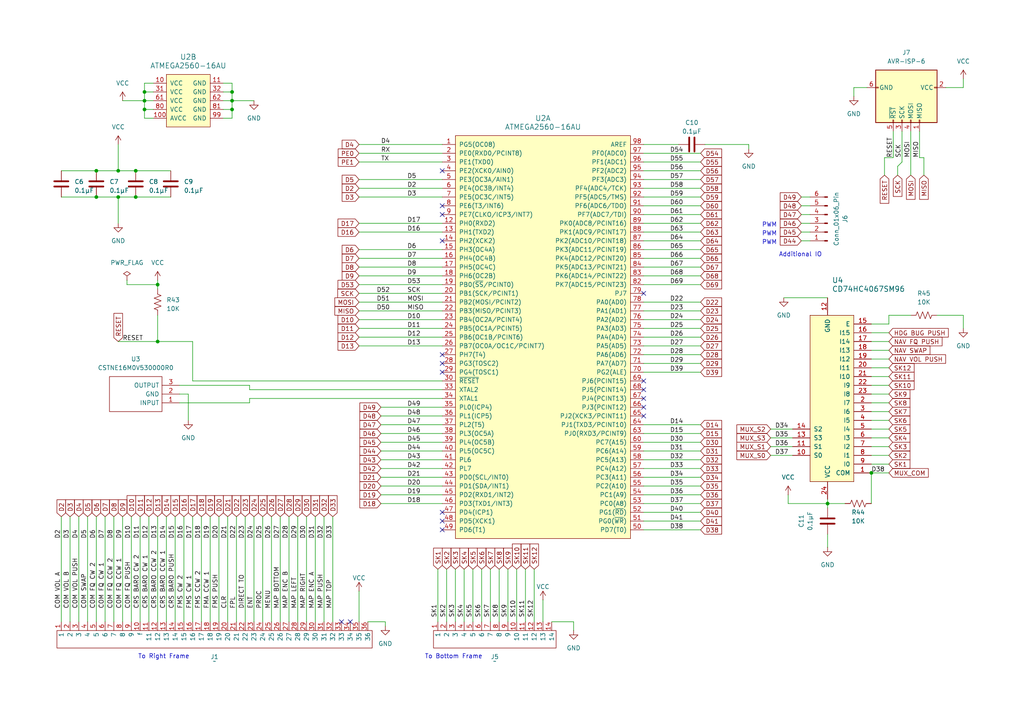
<source format=kicad_sch>
(kicad_sch (version 20231120) (generator "eeschema") (generator_version "8.0")
  (paper "A4")
  (title_block (title "G1000 NXi Mega Left Panel") (date "2024-11-22") (rev "1") (company "Flight Deck DIY"))
  (junction (at 41.91 29.21))
  (junction (at 45.72 99.06))
  (junction (at 27.94 57.15))
  (junction (at 41.91 26.67))
  (junction (at 67.31 26.67))
  (junction (at 67.31 31.75))
  (junction (at 39.37 57.15))
  (junction (at 27.94 49.53))
  (junction (at 41.91 31.75))
  (junction (at 34.29 57.15))
  (junction (at 45.72 82.55))
  (junction (at 240.03 146.05))
  (junction (at 67.31 29.21))
  (junction (at 39.37 49.53))
  (junction (at 34.29 49.53))
  (junction (at 252.73 137.16))
  (no_connect (at 99.06 180.34))
  (no_connect (at 128.27 69.85))
  (no_connect (at 101.6 180.34))
  (no_connect (at 128.27 62.23))
  (no_connect (at 128.27 153.67))
  (no_connect (at 128.27 107.95))
  (no_connect (at 128.27 148.59))
  (no_connect (at 128.27 105.41))
  (no_connect (at 128.27 102.87))
  (no_connect (at 186.69 110.49))
  (no_connect (at 186.69 120.65))
  (no_connect (at 128.27 151.13))
  (no_connect (at 128.27 49.53))
  (no_connect (at 186.69 115.57))
  (no_connect (at 186.69 118.11))
  (no_connect (at 186.69 113.03))
  (no_connect (at 128.27 59.69))
  (no_connect (at 186.69 85.09))
  (wire (pts (xy 104.14 77.47) (xy 128.27 77.47)))
  (wire (pts (xy 186.69 44.45) (xy 203.2 44.45)))
  (wire (pts (xy 186.69 105.41) (xy 203.2 105.41)))
  (wire (pts (xy 33.02 149.86) (xy 33.02 180.34)))
  (wire (pts (xy 55.88 149.86) (xy 55.88 180.34)))
  (wire (pts (xy 104.14 64.77) (xy 128.27 64.77)))
  (wire (pts (xy 152.4 165.1) (xy 152.4 180.34)))
  (wire (pts (xy 104.14 41.91) (xy 128.27 41.91)))
  (wire (pts (xy 139.7 165.1) (xy 139.7 180.34)))
  (wire (pts (xy 232.41 64.77) (xy 234.95 64.77)))
  (wire (pts (xy 252.73 111.76) (xy 257.81 111.76)))
  (wire (pts (xy 72.39 115.57) (xy 128.27 115.57)))
  (wire (pts (xy 252.73 119.38) (xy 257.81 119.38)))
  (wire (pts (xy 186.69 95.25) (xy 203.2 95.25)))
  (wire (pts (xy 186.69 69.85) (xy 203.2 69.85)))
  (wire (pts (xy 104.14 57.15) (xy 128.27 57.15)))
  (wire (pts (xy 186.69 138.43) (xy 203.2 138.43)))
  (wire (pts (xy 223.52 127) (xy 229.87 127)))
  (wire (pts (xy 104.14 92.71) (xy 128.27 92.71)))
  (wire (pts (xy 256.54 45.72) (xy 256.54 50.8)))
  (wire (pts (xy 186.69 54.61) (xy 203.2 54.61)))
  (wire (pts (xy 240.03 154.94) (xy 240.03 158.75)))
  (wire (pts (xy 35.56 149.86) (xy 35.56 180.34)))
  (wire (pts (xy 27.94 49.53) (xy 34.29 49.53)))
  (wire (pts (xy 232.41 59.69) (xy 234.95 59.69)))
  (wire (pts (xy 259.08 38.1) (xy 259.08 45.72)))
  (wire (pts (xy 72.39 111.76) (xy 72.39 113.03)))
  (wire (pts (xy 252.73 116.84) (xy 257.81 116.84)))
  (wire (pts (xy 252.73 137.16) (xy 252.73 146.05)))
  (wire (pts (xy 186.69 100.33) (xy 203.2 100.33)))
  (wire (pts (xy 110.49 123.19) (xy 128.27 123.19)))
  (wire (pts (xy 252.73 99.06) (xy 257.81 99.06)))
  (wire (pts (xy 110.49 118.11) (xy 128.27 118.11)))
  (wire (pts (xy 39.37 49.53) (xy 49.53 49.53)))
  (wire (pts (xy 266.7 38.1) (xy 266.7 45.72)))
  (wire (pts (xy 247.65 25.4) (xy 251.46 25.4)))
  (wire (pts (xy 63.5 149.86) (xy 63.5 180.34)))
  (wire (pts (xy 34.29 57.15) (xy 39.37 57.15)))
  (wire (pts (xy 34.29 99.06) (xy 45.72 99.06)))
  (wire (pts (xy 45.72 82.55) (xy 45.72 83.82)))
  (wire (pts (xy 160.02 180.34) (xy 166.37 180.34)))
  (wire (pts (xy 67.31 26.67) (xy 67.31 29.21)))
  (wire (pts (xy 36.83 82.55) (xy 45.72 82.55)))
  (wire (pts (xy 186.69 153.67) (xy 203.2 153.67)))
  (wire (pts (xy 104.14 72.39) (xy 128.27 72.39)))
  (wire (pts (xy 91.44 149.86) (xy 91.44 180.34)))
  (wire (pts (xy 34.29 57.15) (xy 34.29 64.77)))
  (wire (pts (xy 110.49 133.35) (xy 128.27 133.35)))
  (wire (pts (xy 134.62 165.1) (xy 134.62 180.34)))
  (wire (pts (xy 20.32 149.86) (xy 20.32 180.34)))
  (wire (pts (xy 110.49 138.43) (xy 128.27 138.43)))
  (wire (pts (xy 104.14 80.01) (xy 128.27 80.01)))
  (wire (pts (xy 186.69 92.71) (xy 203.2 92.71)))
  (wire (pts (xy 41.91 24.13) (xy 41.91 26.67)))
  (wire (pts (xy 72.39 115.57) (xy 72.39 116.84)))
  (wire (pts (xy 64.77 24.13) (xy 67.31 24.13)))
  (wire (pts (xy 76.2 149.86) (xy 76.2 180.34)))
  (wire (pts (xy 252.73 101.6) (xy 257.81 101.6)))
  (wire (pts (xy 64.77 26.67) (xy 67.31 26.67)))
  (wire (pts (xy 147.32 165.1) (xy 147.32 180.34)))
  (wire (pts (xy 186.69 148.59) (xy 203.2 148.59)))
  (wire (pts (xy 64.77 31.75) (xy 67.31 31.75)))
  (wire (pts (xy 186.69 143.51) (xy 203.2 143.51)))
  (wire (pts (xy 186.69 49.53) (xy 203.2 49.53)))
  (wire (pts (xy 93.98 149.86) (xy 93.98 180.34)))
  (wire (pts (xy 256.54 45.72) (xy 259.08 45.72)))
  (wire (pts (xy 186.69 102.87) (xy 203.2 102.87)))
  (wire (pts (xy 186.69 77.47) (xy 203.2 77.47)))
  (wire (pts (xy 55.88 99.06) (xy 55.88 110.49)))
  (wire (pts (xy 71.12 149.86) (xy 71.12 180.34)))
  (wire (pts (xy 252.73 96.52) (xy 257.81 96.52)))
  (wire (pts (xy 83.82 149.86) (xy 83.82 180.34)))
  (wire (pts (xy 267.97 45.72) (xy 267.97 50.8)))
  (wire (pts (xy 186.69 146.05) (xy 203.2 146.05)))
  (wire (pts (xy 186.69 87.63) (xy 203.2 87.63)))
  (wire (pts (xy 110.49 140.97) (xy 128.27 140.97)))
  (wire (pts (xy 186.69 57.15) (xy 203.2 57.15)))
  (wire (pts (xy 72.39 113.03) (xy 128.27 113.03)))
  (wire (pts (xy 204.47 41.91) (xy 217.17 41.91)))
  (wire (pts (xy 64.77 34.29) (xy 67.31 34.29)))
  (wire (pts (xy 252.73 124.46) (xy 257.81 124.46)))
  (wire (pts (xy 64.77 29.21) (xy 67.31 29.21)))
  (wire (pts (xy 40.64 149.86) (xy 40.64 180.34)))
  (wire (pts (xy 232.41 57.15) (xy 234.95 57.15)))
  (wire (pts (xy 186.69 46.99) (xy 203.2 46.99)))
  (wire (pts (xy 110.49 146.05) (xy 128.27 146.05)))
  (wire (pts (xy 52.07 111.76) (xy 72.39 111.76)))
  (wire (pts (xy 186.69 82.55) (xy 203.2 82.55)))
  (wire (pts (xy 157.48 173.99) (xy 157.48 180.34)))
  (wire (pts (xy 223.52 124.46) (xy 229.87 124.46)))
  (wire (pts (xy 228.6 143.51) (xy 228.6 146.05)))
  (wire (pts (xy 252.73 104.14) (xy 257.81 104.14)))
  (wire (pts (xy 104.14 52.07) (xy 128.27 52.07)))
  (wire (pts (xy 227.33 86.36) (xy 240.03 86.36)))
  (wire (pts (xy 104.14 100.33) (xy 128.27 100.33)))
  (wire (pts (xy 17.78 57.15) (xy 27.94 57.15)))
  (wire (pts (xy 110.49 128.27) (xy 128.27 128.27)))
  (wire (pts (xy 252.73 134.62) (xy 257.81 134.62)))
  (wire (pts (xy 186.69 74.93) (xy 203.2 74.93)))
  (wire (pts (xy 17.78 49.53) (xy 27.94 49.53)))
  (wire (pts (xy 240.03 146.05) (xy 245.11 146.05)))
  (wire (pts (xy 45.72 81.28) (xy 45.72 82.55)))
  (wire (pts (xy 104.14 171.45) (xy 104.14 180.34)))
  (wire (pts (xy 58.42 149.86) (xy 58.42 180.34)))
  (wire (pts (xy 257.81 93.98) (xy 252.73 93.98)))
  (wire (pts (xy 67.31 29.21) (xy 67.31 31.75)))
  (wire (pts (xy 41.91 26.67) (xy 44.45 26.67)))
  (wire (pts (xy 44.45 24.13) (xy 41.91 24.13)))
  (wire (pts (xy 41.91 34.29) (xy 44.45 34.29)))
  (wire (pts (xy 67.31 31.75) (xy 67.31 34.29)))
  (wire (pts (xy 232.41 67.31) (xy 234.95 67.31)))
  (wire (pts (xy 274.32 25.4) (xy 279.4 25.4)))
  (wire (pts (xy 39.37 57.15) (xy 49.53 57.15)))
  (wire (pts (xy 186.69 107.95) (xy 203.2 107.95)))
  (wire (pts (xy 279.4 91.44) (xy 279.4 95.25)))
  (wire (pts (xy 257.81 91.44) (xy 257.81 93.98)))
  (wire (pts (xy 104.14 85.09) (xy 128.27 85.09)))
  (wire (pts (xy 232.41 62.23) (xy 234.95 62.23)))
  (wire (pts (xy 252.73 137.16) (xy 257.81 137.16)))
  (wire (pts (xy 41.91 26.67) (xy 41.91 29.21)))
  (wire (pts (xy 104.14 74.93) (xy 128.27 74.93)))
  (wire (pts (xy 106.68 180.34) (xy 111.76 180.34)))
  (wire (pts (xy 34.29 41.91) (xy 34.29 49.53)))
  (wire (pts (xy 104.14 46.99) (xy 128.27 46.99)))
  (wire (pts (xy 22.86 149.86) (xy 22.86 180.34)))
  (wire (pts (xy 144.78 165.1) (xy 144.78 180.34)))
  (wire (pts (xy 68.58 149.86) (xy 68.58 180.34)))
  (wire (pts (xy 137.16 165.1) (xy 137.16 180.34)))
  (wire (pts (xy 260.35 50.8) (xy 260.35 48.26)))
  (wire (pts (xy 149.86 165.1) (xy 149.86 180.34)))
  (wire (pts (xy 186.69 130.81) (xy 203.2 130.81)))
  (wire (pts (xy 110.49 125.73) (xy 128.27 125.73)))
  (wire (pts (xy 186.69 135.89) (xy 203.2 135.89)))
  (wire (pts (xy 142.24 165.1) (xy 142.24 180.34)))
  (wire (pts (xy 166.37 180.34) (xy 166.37 182.88)))
  (wire (pts (xy 110.49 130.81) (xy 128.27 130.81)))
  (wire (pts (xy 67.31 29.21) (xy 73.66 29.21)))
  (wire (pts (xy 260.35 48.26) (xy 261.62 46.99)))
  (wire (pts (xy 104.14 54.61) (xy 128.27 54.61)))
  (wire (pts (xy 110.49 135.89) (xy 128.27 135.89)))
  (wire (pts (xy 30.48 149.86) (xy 30.48 180.34)))
  (wire (pts (xy 60.96 149.86) (xy 60.96 180.34)))
  (wire (pts (xy 279.4 91.44) (xy 271.78 91.44)))
  (wire (pts (xy 111.76 180.34) (xy 111.76 181.61)))
  (wire (pts (xy 186.69 123.19) (xy 203.2 123.19)))
  (wire (pts (xy 35.56 29.21) (xy 41.91 29.21)))
  (wire (pts (xy 104.14 44.45) (xy 128.27 44.45)))
  (wire (pts (xy 186.69 125.73) (xy 203.2 125.73)))
  (wire (pts (xy 88.9 149.86) (xy 88.9 180.34)))
  (wire (pts (xy 104.14 87.63) (xy 128.27 87.63)))
  (wire (pts (xy 41.91 31.75) (xy 41.91 34.29)))
  (wire (pts (xy 186.69 64.77) (xy 203.2 64.77)))
  (wire (pts (xy 45.72 99.06) (xy 55.88 99.06)))
  (wire (pts (xy 43.18 149.86) (xy 43.18 180.34)))
  (wire (pts (xy 45.72 149.86) (xy 45.72 180.34)))
  (wire (pts (xy 78.74 149.86) (xy 78.74 180.34)))
  (wire (pts (xy 53.34 149.86) (xy 53.34 180.34)))
  (wire (pts (xy 41.91 29.21) (xy 44.45 29.21)))
  (wire (pts (xy 41.91 31.75) (xy 44.45 31.75)))
  (wire (pts (xy 264.16 38.1) (xy 264.16 50.8)))
  (wire (pts (xy 186.69 41.91) (xy 196.85 41.91)))
  (wire (pts (xy 27.94 57.15) (xy 34.29 57.15)))
  (wire (pts (xy 104.14 90.17) (xy 128.27 90.17)))
  (wire (pts (xy 104.14 97.79) (xy 128.27 97.79)))
  (wire (pts (xy 252.73 132.08) (xy 257.81 132.08)))
  (wire (pts (xy 27.94 149.86) (xy 27.94 180.34)))
  (wire (pts (xy 96.52 149.86) (xy 96.52 180.34)))
  (wire (pts (xy 240.03 146.05) (xy 240.03 147.32)))
  (wire (pts (xy 110.49 120.65) (xy 128.27 120.65)))
  (wire (pts (xy 50.8 149.86) (xy 50.8 180.34)))
  (wire (pts (xy 86.36 149.86) (xy 86.36 180.34)))
  (wire (pts (xy 38.1 149.86) (xy 38.1 180.34)))
  (wire (pts (xy 186.69 97.79) (xy 203.2 97.79)))
  (wire (pts (xy 41.91 29.21) (xy 41.91 31.75)))
  (wire (pts (xy 104.14 67.31) (xy 128.27 67.31)))
  (wire (pts (xy 223.52 132.08) (xy 229.87 132.08)))
  (wire (pts (xy 223.52 129.54) (xy 229.87 129.54)))
  (wire (pts (xy 228.6 146.05) (xy 240.03 146.05)))
  (wire (pts (xy 252.73 114.3) (xy 257.81 114.3)))
  (wire (pts (xy 66.04 149.86) (xy 66.04 180.34)))
  (wire (pts (xy 186.69 67.31) (xy 203.2 67.31)))
  (wire (pts (xy 110.49 143.51) (xy 128.27 143.51)))
  (wire (pts (xy 154.94 165.1) (xy 154.94 180.34)))
  (wire (pts (xy 261.62 38.1) (xy 261.62 46.99)))
  (wire (pts (xy 104.14 95.25) (xy 128.27 95.25)))
  (wire (pts (xy 81.28 149.86) (xy 81.28 180.34)))
  (wire (pts (xy 257.81 91.44) (xy 264.16 91.44)))
  (wire (pts (xy 186.69 80.01) (xy 203.2 80.01)))
  (wire (pts (xy 45.72 91.44) (xy 45.72 99.06)))
  (wire (pts (xy 240.03 144.78) (xy 240.03 146.05)))
  (wire (pts (xy 279.4 22.86) (xy 279.4 25.4)))
  (wire (pts (xy 54.61 114.3) (xy 54.61 121.92)))
  (wire (pts (xy 186.69 128.27) (xy 203.2 128.27)))
  (wire (pts (xy 252.73 109.22) (xy 257.81 109.22)))
  (wire (pts (xy 34.29 49.53) (xy 39.37 49.53)))
  (wire (pts (xy 127 165.1) (xy 127 180.34)))
  (wire (pts (xy 186.69 151.13) (xy 203.2 151.13)))
  (wire (pts (xy 48.26 149.86) (xy 48.26 180.34)))
  (wire (pts (xy 186.69 62.23) (xy 203.2 62.23)))
  (wire (pts (xy 186.69 90.17) (xy 203.2 90.17)))
  (wire (pts (xy 186.69 133.35) (xy 203.2 133.35)))
  (wire (pts (xy 17.78 149.86) (xy 17.78 180.34)))
  (wire (pts (xy 52.07 114.3) (xy 54.61 114.3)))
  (wire (pts (xy 186.69 72.39) (xy 203.2 72.39)))
  (wire (pts (xy 232.41 69.85) (xy 234.95 69.85)))
  (wire (pts (xy 186.69 59.69) (xy 203.2 59.69)))
  (wire (pts (xy 129.54 165.1) (xy 129.54 180.34)))
  (wire (pts (xy 104.14 82.55) (xy 128.27 82.55)))
  (wire (pts (xy 247.65 25.4) (xy 247.65 27.94)))
  (wire (pts (xy 217.17 41.91) (xy 217.17 43.18)))
  (wire (pts (xy 132.08 165.1) (xy 132.08 180.34)))
  (wire (pts (xy 252.73 129.54) (xy 257.81 129.54)))
  (wire (pts (xy 73.66 149.86) (xy 73.66 180.34)))
  (wire (pts (xy 186.69 52.07) (xy 203.2 52.07)))
  (wire (pts (xy 52.07 116.84) (xy 72.39 116.84)))
  (wire (pts (xy 252.73 106.68) (xy 257.81 106.68)))
  (wire (pts (xy 25.4 149.86) (xy 25.4 180.34)))
  (wire (pts (xy 55.88 110.49) (xy 128.27 110.49)))
  (wire (pts (xy 266.7 45.72) (xy 267.97 45.72)))
  (wire (pts (xy 186.69 140.97) (xy 203.2 140.97)))
  (wire (pts (xy 252.73 121.92) (xy 257.81 121.92)))
  (wire (pts (xy 36.83 82.55) (xy 36.83 81.28)))
  (wire (pts (xy 252.73 127) (xy 257.81 127)))
  (wire (pts (xy 67.31 24.13) (xy 67.31 26.67)))
  (text "PWM" (at 220.98 71.12 0) (effects (font (size 1.27 1.27)) (justify left bottom)))
  (text "Additional IO" (at 232.156 73.914 0) (effects (font (size 1.27 1.27))))
  (text "PWM" (at 220.98 68.58 0) (effects (font (size 1.27 1.27)) (justify left bottom)))
  (text "To Bottom Frame\n" (at 131.572 190.5 0) (effects (font (size 1.27 1.27))))
  (text "To Right Frame" (at 47.498 190.5 0) (effects (font (size 1.27 1.27))))
  (text "PWM" (at 220.98 66.04 0) (effects (font (size 1.27 1.27)) (justify left bottom)))
  (label "SK3" (at 132.08 179.07 90))
  (label "D11" (at 40.64 156.21 90))
  (label "D33" (at 194.31 135.89 0))
  (label "D11" (at 118.11 95.25 0))
  (label "SK11" (at 152.4 179.07 90))
  (label "D20" (at 63.5 156.21 90))
  (label "D48" (at 118.11 120.65 0))
  (label "D34" (at 224.79 124.46 0))
  (label "D43" (at 118.11 133.35 0))
  (label "MISO" (at 118.11 90.17 0))
  (label "D5" (at 118.11 52.07 0))
  (label "D24" (at 73.66 156.21 90))
  (label "SK8" (at 144.78 179.07 90))
  (label "D54" (at 194.31 44.45 0))
  (label "D37" (at 224.79 132.08 0))
  (label "MISO" (at 266.7 45.72 90))
  (label "D36" (at 194.31 143.51 0))
  (label "D58" (at 194.31 54.61 0))
  (label "COM VOL PUSH" (at 22.86 176.53 90))
  (label "SK5" (at 137.16 179.07 90))
  (label "D3" (at 20.32 156.21 90))
  (label "D62" (at 194.31 64.77 0))
  (label "D14" (at 48.26 156.21 90))
  (label "ENT" (at 73.66 176.53 90))
  (label "MAP TOP" (at 96.52 176.53 90))
  (label "D31" (at 91.44 156.21 90))
  (label "CRS BARO CCW 2" (at 45.72 176.53 90))
  (label "D10" (at 118.11 92.71 0))
  (label "D23" (at 71.12 156.21 90))
  (label "COM SWAP" (at 25.4 176.53 90))
  (label "D5" (at 25.4 156.21 90))
  (label "D61" (at 194.31 62.23 0))
  (label "D41" (at 194.31 151.13 0))
  (label "D28" (at 194.31 102.87 0))
  (label "MAP ENC A" (at 91.44 176.53 90))
  (label "COM FQ CCW 2" (at 33.02 176.53 90))
  (label "FPL" (at 68.58 176.53 90))
  (label "D65" (at 194.31 72.39 0))
  (label "D27" (at 194.31 100.33 0))
  (label "D12" (at 118.11 97.79 0))
  (label "COM VOL B" (at 20.32 176.53 90))
  (label "MAP RIGHT" (at 88.9 176.53 90))
  (label "D12" (at 43.18 156.21 90))
  (label "D9" (at 118.11 80.01 0))
  (label "D63" (at 194.31 67.31 0))
  (label "D7" (at 118.11 74.93 0))
  (label "D57" (at 194.31 52.07 0))
  (label "COM FQ CW 1" (at 30.48 176.53 90))
  (label "D6" (at 118.11 72.39 0))
  (label "D52" (at 109.22 85.09 0))
  (label "D21" (at 66.04 156.21 90))
  (label "MOSI" (at 118.11 87.63 0))
  (label "D35" (at 224.79 127 0))
  (label "D49" (at 118.11 118.11 0))
  (label "D27" (at 81.28 156.21 90))
  (label "D60" (at 194.31 59.69 0))
  (label "D22" (at 68.58 156.21 90))
  (label "D15" (at 50.8 156.21 90))
  (label "D21" (at 118.11 138.43 0))
  (label "D33" (at 96.52 156.21 90))
  (label "D59" (at 194.31 57.15 0))
  (label "FMS PUSH" (at 63.5 176.53 90))
  (label "D17" (at 118.11 64.77 0))
  (label "SK10" (at 149.86 179.07 90))
  (label "D15" (at 194.31 125.73 0))
  (label "FMS CW 2" (at 53.34 176.53 90))
  (label "D18" (at 118.11 146.05 0))
  (label "D19" (at 60.96 156.21 90))
  (label "TX" (at 110.49 46.99 0))
  (label "MAP BOTTOM" (at 81.28 176.53 90))
  (label "CLR" (at 66.04 176.53 90))
  (label "D2" (at 17.78 156.21 90))
  (label "D40" (at 194.31 148.59 0))
  (label "CRS BARO CW 1" (at 43.18 176.53 90))
  (label "D10" (at 38.1 156.21 90))
  (label "D16" (at 53.34 156.21 90))
  (label "D2" (at 118.11 54.61 0))
  (label "COM FQ CW 2" (at 27.94 176.53 90))
  (label "SK4" (at 134.62 179.07 90))
  (label "D55" (at 194.31 46.99 0))
  (label "D20" (at 118.11 140.97 0))
  (label "D64" (at 194.31 69.85 0))
  (label "D69" (at 194.31 82.55 0))
  (label "MAP LEFT" (at 86.36 176.53 90))
  (label "D23" (at 194.31 90.17 0))
  (label "D6" (at 27.94 156.21 90))
  (label "D68" (at 194.31 80.01 0))
  (label "COM FQ PUSH" (at 38.1 176.53 90))
  (label "D38" (at 252.73 137.16 0))
  (label "D67" (at 194.31 77.47 0))
  (label "D44" (at 118.11 130.81 0))
  (label "D30" (at 194.31 128.27 0))
  (label "MAP PUSH" (at 93.98 176.53 90))
  (label "D8" (at 33.02 156.21 90))
  (label "D19" (at 118.11 143.51 0))
  (label "D26" (at 78.74 156.21 90))
  (label "D25" (at 76.2 156.21 90))
  (label "COM FQ CCW 1" (at 35.56 176.53 90))
  (label "D22" (at 194.31 87.63 0))
  (label "D16" (at 118.11 67.31 0))
  (label "D13" (at 45.72 156.21 90))
  (label "D37" (at 194.31 146.05 0))
  (label "D24" (at 194.31 92.71 0))
  (label "D42" (at 118.11 135.89 0))
  (label "RESET" (at 259.08 45.72 90))
  (label "RESET" (at 35.56 99.06 0))
  (label "D46" (at 118.11 125.73 0))
  (label "D50" (at 109.22 90.17 0))
  (label "D17" (at 55.88 156.21 90))
  (label "MAP ENC B" (at 83.82 176.53 90))
  (label "COM VOL A" (at 17.78 176.53 90))
  (label "D30" (at 88.9 156.21 90))
  (label "CRS BARO CW 2" (at 40.64 176.53 90))
  (label "SCK" (at 261.62 45.72 90))
  (label "CRS BARO PUSH" (at 50.8 176.53 90))
  (label "FMA CCW 1" (at 60.96 176.53 90))
  (label "D32" (at 194.31 133.35 0))
  (label "SK9" (at 147.32 179.07 90))
  (label "D66" (at 194.31 74.93 0))
  (label "D9" (at 35.56 156.21 90))
  (label "D8" (at 118.11 77.47 0))
  (label "DIRECT TO" (at 71.12 176.53 90))
  (label "D25" (at 194.31 95.25 0))
  (label "D47" (at 118.11 123.19 0))
  (label "D36" (at 224.79 129.54 0))
  (label "D29" (at 194.31 105.41 0))
  (label "D4" (at 22.86 156.21 90))
  (label "D35" (at 194.31 140.97 0))
  (label "D38" (at 194.31 153.67 0))
  (label "D14" (at 194.31 123.19 0))
  (label "D29" (at 86.36 156.21 90))
  (label "CRS BARO CCW 1" (at 48.26 176.53 90))
  (label "D18" (at 58.42 156.21 90))
  (label "D45" (at 118.11 128.27 0))
  (label "RX" (at 110.49 44.45 0))
  (label "MOSI" (at 264.16 45.72 90))
  (label "D4" (at 110.49 41.91 0))
  (label "SCK" (at 118.11 85.09 0))
  (label "D7" (at 30.48 156.21 90))
  (label "D3" (at 118.11 57.15 0))
  (label "D39" (at 194.31 107.95 0))
  (label "D53" (at 118.11 82.55 0))
  (label "D34" (at 194.31 138.43 0))
  (label "D31" (at 194.31 130.81 0))
  (label "FMS CW 1" (at 55.88 176.53 90))
  (label "D56" (at 194.31 49.53 0))
  (label "SK1" (at 127 179.07 90))
  (label "D28" (at 83.82 156.21 90))
  (label "MENU" (at 78.74 176.53 90))
  (label "D32" (at 93.98 156.21 90))
  (label "SK2" (at 129.54 179.07 90))
  (label "D13" (at 118.11 100.33 0))
  (label "SK6" (at 139.7 179.07 90))
  (label "SK12" (at 154.94 179.07 90))
  (label "PROC" (at 76.2 176.53 90))
  (label "D26" (at 194.31 97.79 0))
  (label "SK7" (at 142.24 179.07 90))
  (label "D51" (at 109.22 87.63 0))
  (label "FMS CCW 2" (at 58.42 176.53 90))
  (global_label "D33" (shape input) (at 96.52 149.86 90) (property "Intersheetrefs" "${INTERSHEET_REFS}" (effects (hide yes))))
  (global_label "D41" (shape input) (at 203.2 151.13 0) (property "Intersheetrefs" "${INTERSHEET_REFS}" (effects (hide yes))))
  (global_label "D34" (shape input) (at 203.2 138.43 0) (property "Intersheetrefs" "${INTERSHEET_REFS}" (effects (hide yes))))
  (global_label "SK4" (shape input) (at 257.81 127 0) (property "Intersheetrefs" "${INTERSHEET_REFS}" (effects (hide yes))))
  (global_label "D25" (shape input) (at 76.2 149.86 90) (property "Intersheetrefs" "${INTERSHEET_REFS}" (effects (hide yes))))
  (global_label "SK8" (shape input) (at 144.78 165.1 90) (property "Intersheetrefs" "${INTERSHEET_REFS}" (effects (hide yes))))
  (global_label "MOSI" (shape input) (at 104.14 87.63 180) (property "Intersheetrefs" "${INTERSHEET_REFS}" (effects (hide yes))))
  (global_label "SK11" (shape input) (at 152.4 165.1 90) (property "Intersheetrefs" "${INTERSHEET_REFS}" (effects (hide yes))))
  (global_label "D45" (shape input) (at 110.49 128.27 180) (property "Intersheetrefs" "${INTERSHEET_REFS}" (effects (hide yes))))
  (global_label "MISO" (shape input) (at 267.97 50.8 270) (property "Intersheetrefs" "${INTERSHEET_REFS}" (effects (hide yes))))
  (global_label "D55" (shape input) (at 203.2 46.99 0) (property "Intersheetrefs" "${INTERSHEET_REFS}" (effects (hide yes))))
  (global_label "D13" (shape input) (at 45.72 149.86 90) (property "Intersheetrefs" "${INTERSHEET_REFS}" (effects (hide yes))))
  (global_label "D11" (shape input) (at 40.64 149.86 90) (property "Intersheetrefs" "${INTERSHEET_REFS}" (effects (hide yes))))
  (global_label "D10" (shape input) (at 104.14 92.71 180) (property "Intersheetrefs" "${INTERSHEET_REFS}" (effects (hide yes))))
  (global_label "D2" (shape input) (at 104.14 54.61 180) (property "Intersheetrefs" "${INTERSHEET_REFS}" (effects (hide yes))))
  (global_label "SK6" (shape input) (at 257.81 121.92 0) (property "Intersheetrefs" "${INTERSHEET_REFS}" (effects (hide yes))))
  (global_label "NAV FQ PUSH" (shape input) (at 257.81 99.06 0) (property "Intersheetrefs" "${INTERSHEET_REFS}" (effects (hide yes))))
  (global_label "D17" (shape input) (at 104.14 64.77 180) (property "Intersheetrefs" "${INTERSHEET_REFS}" (effects (hide yes))))
  (global_label "D19" (shape input) (at 110.49 143.51 180) (property "Intersheetrefs" "${INTERSHEET_REFS}" (effects (hide yes))))
  (global_label "D48" (shape input) (at 110.49 120.65 180) (property "Intersheetrefs" "${INTERSHEET_REFS}" (effects (hide yes))))
  (global_label "D16" (shape input) (at 53.34 149.86 90) (property "Intersheetrefs" "${INTERSHEET_REFS}" (effects (hide yes))))
  (global_label "SK10" (shape input) (at 257.81 111.76 0) (property "Intersheetrefs" "${INTERSHEET_REFS}" (effects (hide yes))))
  (global_label "D21" (shape input) (at 110.49 138.43 180) (property "Intersheetrefs" "${INTERSHEET_REFS}" (effects (hide yes))))
  (global_label "MUX_S3" (shape input) (at 223.52 127 180) (property "Intersheetrefs" "${INTERSHEET_REFS}" (effects (hide yes))))
  (global_label "MOSI" (shape input) (at 264.16 50.8 270) (property "Intersheetrefs" "${INTERSHEET_REFS}" (effects (hide yes))))
  (global_label "SK3" (shape input) (at 257.81 129.54 0) (property "Intersheetrefs" "${INTERSHEET_REFS}" (effects (hide yes))))
  (global_label "SK12" (shape input) (at 257.81 106.68 0) (property "Intersheetrefs" "${INTERSHEET_REFS}" (effects (hide yes))))
  (global_label "D20" (shape input) (at 110.49 140.97 180) (property "Intersheetrefs" "${INTERSHEET_REFS}" (effects (hide yes))))
  (global_label "D26" (shape input) (at 78.74 149.86 90) (property "Intersheetrefs" "${INTERSHEET_REFS}" (effects (hide yes))))
  (global_label "D31" (shape input) (at 203.2 130.81 0) (property "Intersheetrefs" "${INTERSHEET_REFS}" (effects (hide yes))))
  (global_label "D27" (shape input) (at 81.28 149.86 90) (property "Intersheetrefs" "${INTERSHEET_REFS}" (effects (hide yes))))
  (global_label "MUX_S1" (shape input) (at 223.52 129.54 180) (property "Intersheetrefs" "${INTERSHEET_REFS}" (effects (hide yes))))
  (global_label "D35" (shape input) (at 203.2 140.97 0) (property "Intersheetrefs" "${INTERSHEET_REFS}" (effects (hide yes))))
  (global_label "D23" (shape input) (at 203.2 90.17 0) (property "Intersheetrefs" "${INTERSHEET_REFS}" (effects (hide yes))))
  (global_label "D7" (shape input) (at 104.14 74.93 180) (property "Intersheetrefs" "${INTERSHEET_REFS}" (effects (hide yes))))
  (global_label "D24" (shape input) (at 73.66 149.86 90) (property "Intersheetrefs" "${INTERSHEET_REFS}" (effects (hide yes))))
  (global_label "D12" (shape input) (at 104.14 97.79 180) (property "Intersheetrefs" "${INTERSHEET_REFS}" (effects (hide yes))))
  (global_label "MUX_S2" (shape input) (at 223.52 124.46 180) (property "Intersheetrefs" "${INTERSHEET_REFS}" (effects (hide yes))))
  (global_label "D7" (shape input) (at 30.48 149.86 90) (property "Intersheetrefs" "${INTERSHEET_REFS}" (effects (hide yes))))
  (global_label "SK7" (shape input) (at 257.81 119.38 0) (property "Intersheetrefs" "${INTERSHEET_REFS}" (effects (hide yes))))
  (global_label "D8" (shape input) (at 104.14 77.47 180) (property "Intersheetrefs" "${INTERSHEET_REFS}" (effects (hide yes))))
  (global_label "SK5" (shape input) (at 137.16 165.1 90) (property "Intersheetrefs" "${INTERSHEET_REFS}" (effects (hide yes))))
  (global_label "D6" (shape input) (at 27.94 149.86 90) (property "Intersheetrefs" "${INTERSHEET_REFS}" (effects (hide yes))))
  (global_label "D36" (shape input) (at 203.2 143.51 0) (property "Intersheetrefs" "${INTERSHEET_REFS}" (effects (hide yes))))
  (global_label "D6" (shape input) (at 104.14 72.39 180) (property "Intersheetrefs" "${INTERSHEET_REFS}" (effects (hide yes))))
  (global_label "PE0" (shape input) (at 104.14 44.45 180) (property "Intersheetrefs" "${INTERSHEET_REFS}" (effects (hide yes))))
  (global_label "SK10" (shape input) (at 149.86 165.1 90) (property "Intersheetrefs" "${INTERSHEET_REFS}" (effects (hide yes))))
  (global_label "D40" (shape input) (at 203.2 148.59 0) (property "Intersheetrefs" "${INTERSHEET_REFS}" (effects (hide yes))))
  (global_label "D31" (shape input) (at 91.44 149.86 90) (property "Intersheetrefs" "${INTERSHEET_REFS}" (effects (hide yes))))
  (global_label "D44" (shape input) (at 232.41 69.85 180) (property "Intersheetrefs" "${INTERSHEET_REFS}" (effects (hide yes))))
  (global_label "SK9" (shape input) (at 147.32 165.1 90) (property "Intersheetrefs" "${INTERSHEET_REFS}" (effects (hide yes))))
  (global_label "D5" (shape input) (at 104.14 52.07 180) (property "Intersheetrefs" "${INTERSHEET_REFS}" (effects (hide yes))))
  (global_label "RESET" (shape input) (at 256.54 50.8 270) (property "Intersheetrefs" "${INTERSHEET_REFS}" (effects (hide yes))))
  (global_label "SK1" (shape input) (at 127 165.1 90) (property "Intersheetrefs" "${INTERSHEET_REFS}" (effects (hide yes))))
  (global_label "D69" (shape input) (at 203.2 82.55 0) (property "Intersheetrefs" "${INTERSHEET_REFS}" (effects (hide yes))))
  (global_label "D25" (shape input) (at 203.2 95.25 0) (property "Intersheetrefs" "${INTERSHEET_REFS}" (effects (hide yes))))
  (global_label "D22" (shape input) (at 68.58 149.86 90) (property "Intersheetrefs" "${INTERSHEET_REFS}" (effects (hide yes))))
  (global_label "D26" (shape input) (at 203.2 97.79 0) (property "Intersheetrefs" "${INTERSHEET_REFS}" (effects (hide yes))))
  (global_label "D33" (shape input) (at 203.2 135.89 0) (property "Intersheetrefs" "${INTERSHEET_REFS}" (effects (hide yes))))
  (global_label "NAV SWAP" (shape input) (at 257.81 101.6 0) (property "Intersheetrefs" "${INTERSHEET_REFS}" (effects (hide yes))))
  (global_label "D46" (shape input) (at 232.41 64.77 180) (property "Intersheetrefs" "${INTERSHEET_REFS}" (effects (hide yes))))
  (global_label "D27" (shape input) (at 203.2 100.33 0) (property "Intersheetrefs" "${INTERSHEET_REFS}" (effects (hide yes))))
  (global_label "D15" (shape input) (at 203.2 125.73 0) (property "Intersheetrefs" "${INTERSHEET_REFS}" (effects (hide yes))))
  (global_label "SCK" (shape input) (at 260.35 50.8 270) (property "Intersheetrefs" "${INTERSHEET_REFS}" (effects (hide yes))))
  (global_label "SK7" (shape input) (at 142.24 165.1 90) (property "Intersheetrefs" "${INTERSHEET_REFS}" (effects (hide yes))))
  (global_label "D11" (shape input) (at 104.14 95.25 180) (property "Intersheetrefs" "${INTERSHEET_REFS}" (effects (hide yes))))
  (global_label "D64" (shape input) (at 203.2 69.85 0) (property "Intersheetrefs" "${INTERSHEET_REFS}" (effects (hide yes))))
  (global_label "NAV VOL PUSH" (shape input) (at 257.81 104.14 0) (property "Intersheetrefs" "${INTERSHEET_REFS}" (effects (hide yes))))
  (global_label "D37" (shape input) (at 203.2 146.05 0) (property "Intersheetrefs" "${INTERSHEET_REFS}" (effects (hide yes))))
  (global_label "MUX_S0" (shape input) (at 223.52 132.08 180) (property "Intersheetrefs" "${INTERSHEET_REFS}" (effects (hide yes))))
  (global_label "SK11" (shape input) (at 257.81 109.22 0) (property "Intersheetrefs" "${INTERSHEET_REFS}" (effects (hide yes))))
  (global_label "D12" (shape input) (at 43.18 149.86 90) (property "Intersheetrefs" "${INTERSHEET_REFS}" (effects (hide yes))))
  (global_label "D29" (shape input) (at 203.2 105.41 0) (property "Intersheetrefs" "${INTERSHEET_REFS}" (effects (hide yes))))
  (global_label "D47" (shape input) (at 110.49 123.19 180) (property "Intersheetrefs" "${INTERSHEET_REFS}" (effects (hide yes))))
  (global_label "D16" (shape input) (at 104.14 67.31 180) (property "Intersheetrefs" "${INTERSHEET_REFS}" (effects (hide yes))))
  (global_label "SK2" (shape input) (at 129.54 165.1 90) (property "Intersheetrefs" "${INTERSHEET_REFS}" (effects (hide yes))))
  (global_label "D4" (shape input) (at 22.86 149.86 90) (property "Intersheetrefs" "${INTERSHEET_REFS}" (effects (hide yes))))
  (global_label "D15" (shape input) (at 50.8 149.86 90) (property "Intersheetrefs" "${INTERSHEET_REFS}" (effects (hide yes))))
  (global_label "D57" (shape input) (at 203.2 52.07 0) (property "Intersheetrefs" "${INTERSHEET_REFS}" (effects (hide yes))))
  (global_label "D14" (shape input) (at 203.2 123.19 0) (property "Intersheetrefs" "${INTERSHEET_REFS}" (effects (hide yes))))
  (global_label "D39" (shape input) (at 203.2 107.95 0) (property "Intersheetrefs" "${INTERSHEET_REFS}" (effects (hide yes))))
  (global_label "D8" (shape input) (at 33.02 149.86 90) (property "Intersheetrefs" "${INTERSHEET_REFS}" (effects (hide yes))))
  (global_label "D38" (shape input) (at 203.2 153.67 0) (property "Intersheetrefs" "${INTERSHEET_REFS}" (effects (hide yes))))
  (global_label "D5" (shape input) (at 25.4 149.86 90) (property "Intersheetrefs" "${INTERSHEET_REFS}" (effects (hide yes))))
  (global_label "D62" (shape input) (at 203.2 64.77 0) (property "Intersheetrefs" "${INTERSHEET_REFS}" (effects (hide yes))))
  (global_label "SK2" (shape input) (at 257.81 132.08 0) (property "Intersheetrefs" "${INTERSHEET_REFS}" (effects (hide yes))))
  (global_label "D9" (shape input) (at 35.56 149.86 90) (property "Intersheetrefs" "${INTERSHEET_REFS}" (effects (hide yes))))
  (global_label "D30" (shape input) (at 203.2 128.27 0) (property "Intersheetrefs" "${INTERSHEET_REFS}" (effects (hide yes))))
  (global_label "D58" (shape input) (at 203.2 54.61 0) (property "Intersheetrefs" "${INTERSHEET_REFS}" (effects (hide yes))))
  (global_label "SCK" (shape input) (at 104.14 85.09 180) (property "Intersheetrefs" "${INTERSHEET_REFS}" (effects (hide yes))))
  (global_label "D54" (shape input) (at 203.2 44.45 0) (property "Intersheetrefs" "${INTERSHEET_REFS}" (effects (hide yes))))
  (global_label "SK8" (shape input) (at 257.81 116.84 0) (property "Intersheetrefs" "${INTERSHEET_REFS}" (effects (hide yes))))
  (global_label "D45" (shape input) (at 232.41 67.31 180) (property "Intersheetrefs" "${INTERSHEET_REFS}" (effects (hide yes))))
  (global_label "D29" (shape input) (at 86.36 149.86 90) (property "Intersheetrefs" "${INTERSHEET_REFS}" (effects (hide yes))))
  (global_label "D14" (shape input) (at 48.26 149.86 90) (property "Intersheetrefs" "${INTERSHEET_REFS}" (effects (hide yes))))
  (global_label "D49" (shape input) (at 232.41 57.15 180) (property "Intersheetrefs" "${INTERSHEET_REFS}" (effects (hide yes))))
  (global_label "D28" (shape input) (at 203.2 102.87 0) (property "Intersheetrefs" "${INTERSHEET_REFS}" (effects (hide yes))))
  (global_label "D9" (shape input) (at 104.14 80.01 180) (property "Intersheetrefs" "${INTERSHEET_REFS}" (effects (hide yes))))
  (global_label "PE1" (shape input) (at 104.14 46.99 180) (property "Intersheetrefs" "${INTERSHEET_REFS}" (effects (hide yes))))
  (global_label "SK3" (shape input) (at 132.08 165.1 90) (property "Intersheetrefs" "${INTERSHEET_REFS}" (effects (hide yes))))
  (global_label "D21" (shape input) (at 66.04 149.86 90) (property "Intersheetrefs" "${INTERSHEET_REFS}" (effects (hide yes))))
  (global_label "D44" (shape input) (at 110.49 130.81 180) (property "Intersheetrefs" "${INTERSHEET_REFS}" (effects (hide yes))))
  (global_label "D60" (shape input) (at 203.2 59.69 0) (property "Intersheetrefs" "${INTERSHEET_REFS}" (effects (hide yes))))
  (global_label "D22" (shape input) (at 203.2 87.63 0) (property "Intersheetrefs" "${INTERSHEET_REFS}" (effects (hide yes))))
  (global_label "D61" (shape input) (at 203.2 62.23 0) (property "Intersheetrefs" "${INTERSHEET_REFS}" (effects (hide yes))))
  (global_label "D18" (shape input) (at 110.49 146.05 180) (property "Intersheetrefs" "${INTERSHEET_REFS}" (effects (hide yes))))
  (global_label "SK9" (shape input) (at 257.81 114.3 0) (property "Intersheetrefs" "${INTERSHEET_REFS}" (effects (hide yes))))
  (global_label "MISO" (shape input) (at 104.14 90.17 180) (property "Intersheetrefs" "${INTERSHEET_REFS}" (effects (hide yes))))
  (global_label "HDG BUG PUSH" (shape input) (at 257.81 96.52 0) (property "Intersheetrefs" "${INTERSHEET_REFS}" (effects (hide yes))))
  (global_label "D66" (shape input) (at 203.2 74.93 0) (property "Intersheetrefs" "${INTERSHEET_REFS}" (effects (hide yes))))
  (global_label "D46" (shape input) (at 110.49 125.73 180) (property "Intersheetrefs" "${INTERSHEET_REFS}" (effects (hide yes))))
  (global_label "D63" (shape input) (at 203.2 67.31 0) (property "Intersheetrefs" "${INTERSHEET_REFS}" (effects (hide yes))))
  (global_label "D47" (shape input) (at 232.41 62.23 180) (property "Intersheetrefs" "${INTERSHEET_REFS}" (effects (hide yes))))
  (global_label "SK4" (shape input) (at 134.62 165.1 90) (property "Intersheetrefs" "${INTERSHEET_REFS}" (effects (hide yes))))
  (global_label "D13" (shape input) (at 104.14 100.33 180) (property "Intersheetrefs" "${INTERSHEET_REFS}" (effects (hide yes))))
  (global_label "SK6" (shape input) (at 139.7 165.1 90) (property "Intersheetrefs" "${INTERSHEET_REFS}" (effects (hide yes))))
  (global_label "D43" (shape input) (at 110.49 133.35 180) (property "Intersheetrefs" "${INTERSHEET_REFS}" (effects (hide yes))))
  (global_label "D32" (shape input) (at 203.2 133.35 0) (property "Intersheetrefs" "${INTERSHEET_REFS}" (effects (hide yes))))
  (global_label "D32" (shape input) (at 93.98 149.86 90) (property "Intersheetrefs" "${INTERSHEET_REFS}" (effects (hide yes))))
  (global_label "D17" (shape input) (at 55.88 149.86 90) (property "Intersheetrefs" "${INTERSHEET_REFS}" (effects (hide yes))))
  (global_label "D3" (shape input) (at 20.32 149.86 90) (property "Intersheetrefs" "${INTERSHEET_REFS}" (effects (hide yes))))
  (global_label "D23" (shape input) (at 71.12 149.86 90) (property "Intersheetrefs" "${INTERSHEET_REFS}" (effects (hide yes))))
  (global_label "D2" (shape input) (at 17.78 149.86 90) (property "Intersheetrefs" "${INTERSHEET_REFS}" (effects (hide yes))))
  (global_label "MUX_COM" (shape input) (at 257.81 137.16 0) (property "Intersheetrefs" "${INTERSHEET_REFS}" (effects (hide yes))))
  (global_label "SK12" (shape input) (at 154.94 165.1 90) (property "Intersheetrefs" "${INTERSHEET_REFS}" (effects (hide yes))))
  (global_label "D56" (shape input) (at 203.2 49.53 0) (property "Intersheetrefs" "${INTERSHEET_REFS}" (effects (hide yes))))
  (global_label "D19" (shape input) (at 60.96 149.86 90) (property "Intersheetrefs" "${INTERSHEET_REFS}" (effects (hide yes))))
  (global_label "D10" (shape input) (at 38.1 149.86 90) (property "Intersheetrefs" "${INTERSHEET_REFS}" (effects (hide yes))))
  (global_label "D53" (shape input) (at 104.14 82.55 180) (property "Intersheetrefs" "${INTERSHEET_REFS}" (effects (hide yes))))
  (global_label "D28" (shape input) (at 83.82 149.86 90) (property "Intersheetrefs" "${INTERSHEET_REFS}" (effects (hide yes))))
  (global_label "D49" (shape input) (at 110.49 118.11 180) (property "Intersheetrefs" "${INTERSHEET_REFS}" (effects (hide yes))))
  (global_label "D20" (shape input) (at 63.5 149.86 90) (property "Intersheetrefs" "${INTERSHEET_REFS}" (effects (hide yes))))
  (global_label "SK1" (shape input) (at 257.81 134.62 0) (property "Intersheetrefs" "${INTERSHEET_REFS}" (effects (hide yes))))
  (global_label "D65" (shape input) (at 203.2 72.39 0) (property "Intersheetrefs" "${INTERSHEET_REFS}" (effects (hide yes))))
  (global_label "D59" (shape input) (at 203.2 57.15 0) (property "Intersheetrefs" "${INTERSHEET_REFS}" (effects (hide yes))))
  (global_label "D3" (shape input) (at 104.14 57.15 180) (property "Intersheetrefs" "${INTERSHEET_REFS}" (effects (hide yes))))
  (global_label "D68" (shape input) (at 203.2 80.01 0) (property "Intersheetrefs" "${INTERSHEET_REFS}" (effects (hide yes))))
  (global_label "D18" (shape input) (at 58.42 149.86 90) (property "Intersheetrefs" "${INTERSHEET_REFS}" (effects (hide yes))))
  (global_label "D24" (shape input) (at 203.2 92.71 0) (property "Intersheetrefs" "${INTERSHEET_REFS}" (effects (hide yes))))
  (global_label "D30" (shape input) (at 88.9 149.86 90) (property "Intersheetrefs" "${INTERSHEET_REFS}" (effects (hide yes))))
  (global_label "SK5" (shape input) (at 257.81 124.46 0) (property "Intersheetrefs" "${INTERSHEET_REFS}" (effects (hide yes))))
  (global_label "D48" (shape input) (at 232.41 59.69 180) (property "Intersheetrefs" "${INTERSHEET_REFS}" (effects (hide yes))))
  (global_label "D4" (shape input) (at 104.14 41.91 180) (property "Intersheetrefs" "${INTERSHEET_REFS}" (effects (hide yes))))
  (global_label "RESET" (shape input) (at 34.29 99.06 90) (property "Intersheetrefs" "${INTERSHEET_REFS}" (effects (hide yes))))
  (global_label "D42" (shape input) (at 110.49 135.89 180) (property "Intersheetrefs" "${INTERSHEET_REFS}" (effects (hide yes))))
  (global_label "D67" (shape input) (at 203.2 77.47 0) (property "Intersheetrefs" "${INTERSHEET_REFS}" (effects (hide yes))))
  (symbol (lib_id "power:VCC") (at 157.48 173.99 0) (unit 1)
    (property "Reference" "#PWR0118" (effects (hide yes)))
    (property "Value" "VCC" (at 157.48 170.18 0))
    (property "Description" "Power symbol creates a global label with name \"VCC\"" (effects (hide yes)))
  )
  (symbol (lib_id "dk_Interface-Analog-Switches-Multiplexers-Demultiplexers:CD74HC4067SM96") (at 240.03 116.84 180) (unit 1)
    (property "Reference" "U4" (at 241.3 81.28 0) (effects (font (size 1.524 1.524)) (justify right)))
    (property "Value" "CD74HC4067SM96" (at 241.3 83.82 0) (effects (font (size 1.524 1.524)) (justify right)))
    (property "Footprint" "digikey-footprints:SSOP-24_W5.30mm" (effects (hide yes)))
    (property "Datasheet" "http://www.ti.com/general/docs/suppproductinfo.tsp?distId=10&gotoUrl=http%3A%2F%2Fwww.ti.com%2Flit%2Fgpn%2Fcd74hc4067" (effects (hide yes)))
    (property "Description" "IC MUX/DEMUX 1X16 24SSOP" (effects (hide yes)))
    (property "Digi-Key_PN" "296-9226-1-ND" (effects (hide yes)))
    (property "MPN" "CD74HC4067SM96" (effects (hide yes)))
    (property "Category" "Integrated Circuits (ICs)" (effects (hide yes)))
    (property "Family" "Interface - Analog Switches, Multiplexers, Demultiplexers" (effects (hide yes)))
    (property "DK_Datasheet_Link" "http://www.ti.com/general/docs/suppproductinfo.tsp?distId=10&gotoUrl=http%3A%2F%2Fwww.ti.com%2Flit%2Fgpn%2Fcd74hc4067" (effects (hide yes)))
    (property "DK_Detail_Page" "/product-detail/en/texas-instruments/CD74HC4067SM96/296-9226-1-ND/376978" (effects (hide yes)))
    (property "Manufacturer" "Texas Instruments" (effects (hide yes)))
    (property "Status" "Active" (effects (hide yes)))
  )
  (symbol (lib_id "Device:C") (at 27.94 53.34 0) (unit 1)
    (property "Reference" "C7" (at 31.75 52.705 0) (effects (justify left)))
    (property "Value" "0.1µF" (at 31.75 55.245 0) (effects (justify left)))
    (property "Footprint" "Capacitor_SMD:C_0603_1608Metric_Pad1.08x0.95mm_HandSolder" (effects (hide yes)))
  )
  (symbol (lib_id "Device:C") (at 39.37 53.34 0) (unit 1)
    (property "Reference" "C8" (at 43.18 52.705 0) (effects (justify left)))
    (property "Value" "0.1µF" (at 43.18 55.245 0) (effects (justify left)))
    (property "Footprint" "Capacitor_SMD:C_0603_1608Metric_Pad1.08x0.95mm_HandSolder" (effects (hide yes)))
  )
  (symbol (lib_id "power:GND") (at 34.29 64.77 0) (unit 1)
    (property "Reference" "#PWR0111" (effects (hide yes)))
    (property "Value" "GND" (at 34.29 69.85 0))
    (property "Description" "Power symbol creates a global label with name \"GND\" , ground" (effects (hide yes)))
  )
  (symbol (lib_id "Connectors-FFC:CF31141D0R0-05-NH") (at 143.51 185.42 0) (unit 1)
    (property "Reference" "J5" (at 143.51 190.5 0))
    (property "Value" "~" (at 143.51 191.77 0))
    (property "Footprint" "Connector-FFC:CF31141D0R0-05-NH" (effects (hide yes)))
  )
  (symbol (lib_id "Connector:AVR-ISP-6") (at 261.62 27.94 270) (unit 1)
    (property "Reference" "J7" (at 262.89 15.24 90))
    (property "Value" "AVR-ISP-6" (at 262.89 17.78 90))
    (property "Footprint" "Connector_PinHeader_2.54mm:PinHeader_2x03_P2.54mm_Vertical_SMD" (effects (hide yes)))
    (property "Description" "Atmel 6-pin ISP connector" (effects (hide yes)))
  )
  (symbol (lib_id "Device:C") (at 49.53 53.34 0) (unit 1)
    (property "Reference" "C9" (at 53.34 52.705 0) (effects (justify left)))
    (property "Value" "0.1µF" (at 53.34 55.245 0) (effects (justify left)))
    (property "Footprint" "Capacitor_SMD:C_0603_1608Metric_Pad1.08x0.95mm_HandSolder" (effects (hide yes)))
  )
  (symbol (lib_id "power:VCC") (at 228.6 143.51 0) (unit 1)
    (property "Reference" "#PWR0122" (effects (hide yes)))
    (property "Value" "VCC" (at 228.6 138.43 0))
    (property "Description" "Power symbol creates a global label with name \"VCC\"" (effects (hide yes)))
  )
  (symbol (lib_id "CSTNE16MOV530000R0:CSTNE16M0V530000R0") (at 52.07 116.84 180) (unit 1)
    (property "Reference" "U3" (at 39.37 104.14 0))
    (property "Value" "CSTNE16M0V530000R0" (at 39.37 106.68 0))
    (property "Footprint" "CSTNE16MOV530000R0:CSTNE16M0V530000R0" (effects (hide yes)))
    (property "Datasheet" "https://www.murata.com/en-eu/products/productdata/8801162231838/SPEC-CSTNE16M0V530000R0.pdf?1519875007000" (effects (hide yes)))
    (property "Description" "Resonators 16.0000MHz 15pF SMD CHP Resntr" (effects (hide yes)))
    (property "Height" "1" (effects (hide yes)))
    (property "Mouser Part Number" "81-CSTNE16M0V530000R" (effects (hide yes)))
    (property "Mouser Price/Stock" "https://www.mouser.co.uk/ProductDetail/Murata-Electronics/CSTNE16M0V530000R0?qs=y6ZabgHbY%252BzQcQICtMt%2F3w%3D%3D" (effects (hide yes)))
    (property "Manufacturer_Name" "Murata Electronics" (effects (hide yes)))
    (property "Manufacturer_Part_Number" "CSTNE16M0V530000R0" (effects (hide yes)))
  )
  (symbol (lib_id "power:GND") (at 240.03 158.75 0) (unit 1)
    (property "Reference" "#PWR0123" (effects (hide yes)))
    (property "Value" "GND" (at 240.03 163.83 0))
    (property "Description" "Power symbol creates a global label with name \"GND\" , ground" (effects (hide yes)))
  )
  (symbol (lib_id "power:GND") (at 227.33 86.36 0) (unit 1)
    (property "Reference" "#PWR0121" (effects (hide yes)))
    (property "Value" "GND" (at 227.33 91.44 0))
    (property "Description" "Power symbol creates a global label with name \"GND\" , ground" (effects (hide yes)))
  )
  (symbol (lib_id "dk_Embedded-Microcontrollers:ATMEGA2560-16AU") (at 46.99 21.59 0) (unit 2)
    (property "Reference" "U2" (at 54.61 16.51 0) (effects (font (size 1.524 1.524))))
    (property "Value" "ATMEGA2560-16AU" (at 54.61 19.05 0) (effects (font (size 1.524 1.524))))
    (property "Footprint" "digikey-footprints:TQFP-100_14x14mm" (effects (hide yes)))
    (property "Datasheet" "http://ww1.microchip.com/downloads/en/DeviceDoc/Atmel-2549-8-bit-AVR-Microcontroller-ATmega640-1280-1281-2560-2561_Summary.pdf" (effects (hide yes)))
    (property "Description" "IC MCU 8BIT 256KB FLASH 100TQFP" (effects (hide yes)))
    (property "Digi-Key_PN" "ATMEGA2560-16AU-ND" (effects (hide yes)))
    (property "MPN" "ATMEGA2560-16AU" (effects (hide yes)))
    (property "Category" "Integrated Circuits (ICs)" (effects (hide yes)))
    (property "Family" "Embedded - Microcontrollers" (effects (hide yes)))
    (property "DK_Datasheet_Link" "http://ww1.microchip.com/downloads/en/DeviceDoc/Atmel-2549-8-bit-AVR-Microcontroller-ATmega640-1280-1281-2560-2561_Summary.pdf" (effects (hide yes)))
    (property "DK_Detail_Page" "/product-detail/en/microchip-technology/ATMEGA2560-16AU/ATMEGA2560-16AU-ND/735455" (effects (hide yes)))
    (property "Manufacturer" "Microchip Technology" (effects (hide yes)))
    (property "Status" "Active" (effects (hide yes)))
  )
  (symbol (lib_id "power:VCC") (at 279.4 22.86 0) (unit 1)
    (property "Reference" "#PWR0126" (effects (hide yes)))
    (property "Value" "VCC" (at 279.4 17.78 0))
    (property "Description" "Power symbol creates a global label with name \"VCC\"" (effects (hide yes)))
  )
  (symbol (lib_id "power:GND") (at 279.4 95.25 0) (unit 1)
    (property "Reference" "#PWR0125" (effects (hide yes)))
    (property "Value" "GND" (at 279.4 100.33 0))
    (property "Description" "Power symbol creates a global label with name \"GND\" , ground" (effects (hide yes)))
  )
  (symbol (lib_id "Device:R_US") (at 267.97 91.44 90) (unit 1)
    (property "Reference" "R45" (at 267.97 85.09 90))
    (property "Value" "10K" (at 267.97 87.63 90))
    (property "Footprint" "Resistor_SMD:R_0603_1608Metric_Pad0.98x0.95mm_HandSolder" (effects (hide yes)))
  )
  (symbol (lib_id "power:GND") (at 217.17 43.18 0) (unit 1)
    (property "Reference" "#PWR0120" (effects (hide yes)))
    (property "Value" "GND" (at 217.17 48.26 0))
    (property "Description" "Power symbol creates a global label with name \"GND\" , ground" (effects (hide yes)))
  )
  (symbol (lib_id "power:GND") (at 111.76 181.61 0) (unit 1)
    (property "Reference" "#PWR098" (effects (hide yes)))
    (property "Value" "GND" (at 111.76 186.69 0))
    (property "Description" "Power symbol creates a global label with name \"GND\" , ground" (effects (hide yes)))
  )
  (symbol (lib_id "power:PWR_FLAG") (at 36.83 81.28 0) (unit 1)
    (property "Reference" "#FLG03" (effects (hide yes)))
    (property "Value" "PWR_FLAG" (at 36.83 76.2 0))
    (property "Description" "Special symbol for telling ERC where power comes from" (effects (hide yes)))
  )
  (symbol (lib_id "Device:R_US") (at 248.92 146.05 90) (unit 1)
    (property "Reference" "R44" (at 248.92 148.59 90))
    (property "Value" "10K" (at 248.92 151.13 90))
    (property "Footprint" "Resistor_SMD:R_0603_1608Metric_Pad0.98x0.95mm_HandSolder" (effects (hide yes)))
  )
  (symbol (lib_id "power:VCC") (at 35.56 29.21 0) (unit 1)
    (property "Reference" "#PWR0112" (effects (hide yes)))
    (property "Value" "VCC" (at 35.56 24.13 0))
    (property "Description" "Power symbol creates a global label with name \"VCC\"" (effects (hide yes)))
  )
  (symbol (lib_id "power:GND") (at 73.66 29.21 0) (unit 1)
    (property "Reference" "#PWR0115" (effects (hide yes)))
    (property "Value" "GND" (at 73.66 34.29 0))
    (property "Description" "Power symbol creates a global label with name \"GND\" , ground" (effects (hide yes)))
  )
  (symbol (lib_id "power:GND") (at 247.65 27.94 0) (unit 1)
    (property "Reference" "#PWR0124" (effects (hide yes)))
    (property "Value" "GND" (at 247.65 33.02 0))
    (property "Description" "Power symbol creates a global label with name \"GND\" , ground" (effects (hide yes)))
  )
  (symbol (lib_id "Device:C") (at 17.78 53.34 0) (unit 1)
    (property "Reference" "C6" (at 21.59 52.705 0) (effects (justify left)))
    (property "Value" "0.1µF" (at 21.59 55.245 0) (effects (justify left)))
    (property "Footprint" "Capacitor_SMD:C_0603_1608Metric_Pad1.08x0.95mm_HandSolder" (effects (hide yes)))
  )
  (symbol (lib_id "power:GND") (at 54.61 121.92 0) (unit 1)
    (property "Reference" "#PWR0114" (effects (hide yes)))
    (property "Value" "GND" (at 54.61 127 0))
    (property "Description" "Power symbol creates a global label with name \"GND\" , ground" (effects (hide yes)))
  )
  (symbol (lib_id "power:VCC") (at 34.29 41.91 0) (unit 1)
    (property "Reference" "#PWR0110" (effects (hide yes)))
    (property "Value" "VCC" (at 34.29 36.83 0))
    (property "Description" "Power symbol creates a global label with name \"VCC\"" (effects (hide yes)))
  )
  (symbol (lib_id "Device:C") (at 200.66 41.91 90) (unit 1)
    (property "Reference" "C10" (at 200.66 35.56 90))
    (property "Value" "0.1µF" (at 200.66 38.1 90))
    (property "Footprint" "Capacitor_SMD:C_0603_1608Metric_Pad1.08x0.95mm_HandSolder" (effects (hide yes)))
  )
  (symbol (lib_id "Connector:Conn_01x06_Pin") (at 240.03 64.77 180) (unit 1)
    (property "Reference" "J6" (at 245.11 63.5 90))
    (property "Value" "Conn_01x06_Pin" (at 242.57 63.5 90))
    (property "Footprint" "Connector_PinHeader_2.54mm:PinHeader_1x06_P2.54mm_Vertical" (effects (hide yes)))
    (property "Description" "Generic connector, single row, 01x06, script generated" (effects (hide yes)))
  )
  (symbol (lib_id "dk_Embedded-Microcontrollers:ATMEGA2560-16AU") (at 130.81 39.37 0) (unit 1)
    (property "Reference" "U2" (at 157.48 34.29 0) (effects (font (size 1.524 1.524))))
    (property "Value" "ATMEGA2560-16AU" (at 157.48 36.83 0) (effects (font (size 1.524 1.524))))
    (property "Footprint" "digikey-footprints:TQFP-100_14x14mm" (effects (hide yes)))
    (property "Datasheet" "http://ww1.microchip.com/downloads/en/DeviceDoc/Atmel-2549-8-bit-AVR-Microcontroller-ATmega640-1280-1281-2560-2561_Summary.pdf" (effects (hide yes)))
    (property "Description" "IC MCU 8BIT 256KB FLASH 100TQFP" (effects (hide yes)))
    (property "Digi-Key_PN" "ATMEGA2560-16AU-ND" (effects (hide yes)))
    (property "MPN" "ATMEGA2560-16AU" (effects (hide yes)))
    (property "Category" "Integrated Circuits (ICs)" (effects (hide yes)))
    (property "Family" "Embedded - Microcontrollers" (effects (hide yes)))
    (property "DK_Datasheet_Link" "http://ww1.microchip.com/downloads/en/DeviceDoc/Atmel-2549-8-bit-AVR-Microcontroller-ATmega640-1280-1281-2560-2561_Summary.pdf" (effects (hide yes)))
    (property "DK_Detail_Page" "/product-detail/en/microchip-technology/ATMEGA2560-16AU/ATMEGA2560-16AU-ND/735455" (effects (hide yes)))
    (property "Manufacturer" "Microchip Technology" (effects (hide yes)))
    (property "Status" "Active" (effects (hide yes)))
  )
  (symbol (lib_id "power:VCC") (at 104.14 171.45 0) (unit 1)
    (property "Reference" "#PWR097" (effects (hide yes)))
    (property "Value" "VCC" (at 104.14 167.64 0))
    (property "Description" "Power symbol creates a global label with name \"VCC\"" (effects (hide yes)))
  )
  (symbol (lib_id "Device:R_US") (at 45.72 87.63 0) (unit 1)
    (property "Reference" "R43" (at 48.26 86.995 0) (effects (justify left)))
    (property "Value" "10K" (at 48.26 89.535 0) (effects (justify left)))
    (property "Footprint" "Resistor_SMD:R_0603_1608Metric_Pad0.98x0.95mm_HandSolder" (effects (hide yes)))
  )
  (symbol (lib_id "power:VCC") (at 45.72 81.28 0) (unit 1)
    (property "Reference" "#PWR0113" (effects (hide yes)))
    (property "Value" "VCC" (at 45.72 76.2 0))
    (property "Description" "Power symbol creates a global label with name \"VCC\"" (effects (hide yes)))
  )
  (symbol (lib_id "Connectors-FFC:CF31361D0R0-05-NH") (at 60.96 185.42 0) (unit 1)
    (property "Reference" "J1" (at 62.23 190.5 0))
    (property "Value" "~" (at 62.23 191.77 0))
    (property "Footprint" "Connector-FFC:CF31361D0R0-05-NH" (effects (hide yes)))
  )
  (symbol (lib_id "Device:C") (at 240.03 151.13 180) (unit 1)
    (property "Reference" "C11" (at 232.41 151.13 90))
    (property "Value" "0.1µF" (at 234.95 151.13 90))
    (property "Footprint" "Capacitor_SMD:C_0603_1608Metric_Pad1.08x0.95mm_HandSolder" (effects (hide yes)))
  )
  (symbol (lib_id "power:GND") (at 166.37 182.88 0) (unit 1)
    (property "Reference" "#PWR0119" (effects (hide yes)))
    (property "Value" "GND" (at 166.37 187.96 0))
    (property "Description" "Power symbol creates a global label with name \"GND\" , ground" (effects (hide yes)))
  )
)
</source>
